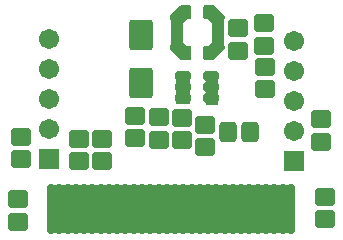
<source format=gts>
%FSTAX26Y26*%
%MOIN*%
%SFA1B1*%

%IPPOS*%
%AMD30*
4,1,8,0.039400,-0.040200,0.039400,0.040200,0.028300,0.051200,-0.028300,0.051200,-0.039400,0.040200,-0.039400,-0.040200,-0.028300,-0.051200,0.028300,-0.051200,0.039400,-0.040200,0.0*
1,1,0.022180,0.028300,-0.040200*
1,1,0.022180,0.028300,0.040200*
1,1,0.022180,-0.028300,0.040200*
1,1,0.022180,-0.028300,-0.040200*
%
%AMD31*
4,1,8,-0.021800,-0.029600,0.021800,-0.029600,0.033500,-0.017900,0.033500,0.017900,0.021800,0.029600,-0.021800,0.029600,-0.033500,0.017900,-0.033500,-0.017900,-0.021800,-0.029600,0.0*
1,1,0.023360,-0.021800,-0.017900*
1,1,0.023360,0.021800,-0.017900*
1,1,0.023360,0.021800,0.017900*
1,1,0.023360,-0.021800,0.017900*
%
%AMD33*
4,1,8,0.029600,-0.021800,0.029600,0.021800,0.017900,0.033500,-0.017900,0.033500,-0.029600,0.021800,-0.029600,-0.021800,-0.017900,-0.033500,0.017900,-0.033500,0.029600,-0.021800,0.0*
1,1,0.023360,0.017900,-0.021800*
1,1,0.023360,0.017900,0.021800*
1,1,0.023360,-0.017900,0.021800*
1,1,0.023360,-0.017900,-0.021800*
%
%AMD34*
4,1,8,-0.025700,0.010200,-0.025700,-0.010200,-0.019100,-0.016800,0.019100,-0.016800,0.025700,-0.010200,0.025700,0.010200,0.019100,0.016800,-0.019100,0.016800,-0.025700,0.010200,0.0*
1,1,0.013120,-0.019100,0.010200*
1,1,0.013120,-0.019100,-0.010200*
1,1,0.013120,0.019100,-0.010200*
1,1,0.013120,0.019100,0.010200*
%
%AMD35*
4,1,8,0.005600,0.082700,-0.005600,0.082700,-0.012100,0.076300,-0.012100,-0.076300,-0.005600,-0.082700,0.005600,-0.082700,0.012100,-0.076300,0.012100,0.076300,0.005600,0.082700,0.0*
1,1,0.012840,0.005600,0.076300*
1,1,0.012840,-0.005600,0.076300*
1,1,0.012840,-0.005600,-0.076300*
1,1,0.012840,0.005600,-0.076300*
%
%ADD27R,0.043000X0.089000*%
%ADD28R,0.045000X0.088000*%
%ADD29R,0.812000X0.162000*%
G04~CAMADD=30~8~0.0~0.0~1024.9~788.7~110.9~0.0~15~0.0~0.0~0.0~0.0~0~0.0~0.0~0.0~0.0~0~0.0~0.0~0.0~270.0~788.0~1024.0*
%ADD30D30*%
G04~CAMADD=31~8~0.0~0.0~670.6~591.8~116.8~0.0~15~0.0~0.0~0.0~0.0~0~0.0~0.0~0.0~0.0~0~0.0~0.0~0.0~180.0~671.0~592.0*
%ADD31D31*%
%ADD32R,0.043430X0.106420*%
G04~CAMADD=33~8~0.0~0.0~670.6~591.8~116.8~0.0~15~0.0~0.0~0.0~0.0~0~0.0~0.0~0.0~0.0~0~0.0~0.0~0.0~270.0~592.0~670.0*
%ADD33D33*%
G04~CAMADD=34~8~0.0~0.0~335.9~513.1~65.6~0.0~15~0.0~0.0~0.0~0.0~0~0.0~0.0~0.0~0.0~0~0.0~0.0~0.0~90.0~514.0~336.0*
%ADD34D34*%
G04~CAMADD=35~8~0.0~0.0~241.4~1654.8~64.2~0.0~15~0.0~0.0~0.0~0.0~0~0.0~0.0~0.0~0.0~0~0.0~0.0~0.0~0.0~241.4~1654.8*
%ADD35D35*%
%ADD36C,0.067060*%
%ADD37R,0.067060X0.067060*%
%LNunisolder52_oled-1*%
%LPD*%
G36*
X0003706Y0025528D02*
X0003731Y0025526D01*
X0003732*
X0003734*
X0003758Y0025521*
X0003782Y0025517*
X0003784Y0025516*
X0003786*
X0003809Y0025508*
X0003832Y00255*
X0003833Y0025499*
X0003835*
X0003858Y0025488*
X0003879Y0025477*
X0003881Y0025476*
X0003882*
X0003903Y0025462*
X0003923Y0025449*
X0003924Y0025447*
X0003926Y0025446*
X0003944Y002543*
X0003963Y0025414*
X0003964Y0025413*
X0003965Y0025412*
X0005226Y0024151*
X0006339*
X0006392Y0024148*
X0006443Y0024138*
X0006493Y0024121*
X000654Y0024098*
X0006583Y0024069*
X0006623Y0024034*
X0006657Y0023994*
X0006686Y0023951*
X000671Y0023904*
X0006727Y0023854*
X0006737Y0023803*
X000674Y0023751*
Y002001*
X0006737Y0019958*
X0006727Y0019907*
X000671Y0019857*
X0006686Y001981*
X0006657Y0019766*
X0006623Y0019727*
X0006583Y0019692*
X000654Y0019663*
X0006493Y001964*
X0006443Y0019623*
X0006392Y0019613*
X0006339Y001961*
X0003387*
X0003334Y0019613*
X0003283Y0019623*
X0003233Y001964*
X0003186Y0019663*
X0003143Y0019692*
X0003103Y0019727*
X-0000145Y0022975*
X-0000179Y0023014*
X-0000209Y0023058*
X-0000232Y0023105*
X-0000249Y0023155*
X-0000259Y0023206*
X-0000262Y0023258*
Y0024144*
X-0000261Y0024169*
X-0000259Y0024193*
Y0024195*
Y0024196*
X-0000254Y0024221*
X-0000249Y0024244*
Y0024246*
Y0024248*
X-0000241Y0024271*
X-0000233Y0024294*
X-0000232Y0024296*
Y0024298*
X-0000221Y002432*
X-000021Y0024341*
X-0000209Y0024343*
Y0024345*
X-0000195Y0024365*
X-0000182Y0024385*
X-0000181Y0024387*
X-0000179Y0024388*
X-0000163Y0024407*
X-0000147Y0024425*
X-0000146Y0024426*
X-0000145Y0024428*
X-0000126Y0024444*
X-0000108Y002446*
X-0000107Y0024461*
X-0000105Y0024462*
X-0000085Y0024475*
X-0000065Y0024489*
X-0000063Y002449*
X-0000062Y0024491*
X-000004Y0024502*
X-0000018Y0024513*
X-0000017Y0024514*
X-0000015*
X0000008Y0024522*
X0000031Y002453*
X0003575Y0025515*
X0003576*
X0003578Y0025516*
X0003602Y002552*
X0003626Y0025525*
X0003628Y0025526*
X000363*
X0003654Y0025528*
X0003678Y0025529*
X000368*
X0003682*
X0003706Y0025528*
G37*
G36*
X001392Y0025529D02*
X0013922D01*
X0013946Y0025528*
X001397Y0025526*
X0013972*
X0013974Y0025525*
X0013998Y002552*
X0014022Y0025516*
X0014024Y0025515*
X0014025*
X0017569Y002453*
X0017592Y0024522*
X0017615Y0024514*
X0017616*
X0017618Y0024513*
X001764Y0024502*
X0017662Y0024491*
X0017663Y002449*
X0017665Y0024489*
X0017685Y0024475*
X0017705Y0024462*
X0017707Y0024461*
X0017708Y002446*
X0017726Y0024444*
X0017745Y0024428*
X0017746Y0024426*
X0017748Y0024425*
X0017763Y0024407*
X0017779Y0024388*
X0017781Y0024387*
X0017782Y0024385*
X0017795Y0024365*
X0017809Y0024345*
Y0024343*
X001781Y0024341*
X0017821Y002432*
X0017832Y0024298*
Y0024296*
X0017833Y0024294*
X0017841Y0024271*
X0017849Y0024248*
Y0024246*
X001785Y0024244*
X0017854Y0024221*
X0017859Y0024196*
Y0024195*
Y0024193*
X0017861Y0024169*
X0017862Y0024144*
Y0023258*
X0017859Y0023206*
X0017849Y0023155*
X0017832Y0023105*
X0017809Y0023058*
X0017779Y0023014*
X0017745Y0022975*
X0014497Y0019727*
X0014457Y0019692*
X0014414Y0019663*
X0014367Y001964*
X0014317Y0019623*
X0014266Y0019613*
X0014213Y001961*
X0011261*
X0011208Y0019613*
X0011157Y0019623*
X0011107Y001964*
X001106Y0019663*
X0011017Y0019692*
X0010977Y0019727*
X0010943Y0019766*
X0010914Y001981*
X001089Y0019857*
X0010873Y0019907*
X0010863Y0019958*
X001086Y002001*
Y0023751*
X0010863Y0023803*
X0010873Y0023854*
X001089Y0023904*
X0010914Y0023951*
X0010943Y0023994*
X0010977Y0024034*
X0011017Y0024069*
X001106Y0024098*
X0011107Y0024121*
X0011157Y0024138*
X0011208Y0024148*
X0011261Y0024151*
X0012374*
X0013635Y0025412*
X0013636Y0025413*
X0013637Y0025414*
X0013656Y002543*
X0013674Y0025446*
X0013676Y0025447*
X0013677Y0025449*
X0013697Y0025462*
X0013718Y0025476*
X0013719*
X0013721Y0025477*
X0013742Y0025488*
X0013765Y0025499*
X0013767*
X0013768Y00255*
X0013791Y0025508*
X0013814Y0025516*
X0013816*
X0013818Y0025517*
X0013842Y0025521*
X0013866Y0025526*
X0013868*
X0013869*
X0013894Y0025528*
X0013918Y0025529*
X001392*
G37*
G36*
X0014266Y0037731D02*
X0014317Y003772D01*
X0014367Y0037703*
X0014414Y003768*
X0014457Y0037651*
X0014497Y0037617*
X0017745Y0034369*
X0017779Y0034329*
X0017809Y0034286*
X0017832Y0034238*
X0017849Y0034189*
X0017859Y0034137*
X0017862Y0034085*
Y0033199*
X0017861Y0033175*
X0017859Y0033151*
Y0033149*
Y0033147*
X0017854Y0033123*
X001785Y0033099*
X0017849Y0033097*
Y0033095*
X0017841Y0033072*
X0017833Y0033049*
X0017832Y0033048*
Y0033046*
X0017821Y0033024*
X001781Y0033002*
X0017809Y0033*
Y0032999*
X0017795Y0032979*
X0017782Y0032958*
X0017781Y0032957*
X0017779Y0032955*
X0017763Y0032937*
X0017748Y0032919*
X0017746Y0032917*
X0017745Y0032916*
X0017726Y0032899*
X0017708Y0032884*
X0017707Y0032882*
X0017705Y0032881*
X0017685Y0032868*
X0017665Y0032854*
X0017663Y0032853*
X0017662Y0032852*
X001764Y0032842*
X0017618Y003283*
X0017616*
X0017615Y0032829*
X0017592Y0032821*
X0017569Y0032813*
X0014025Y0031829*
X0014024Y0031828*
X0014022*
X0013998Y0031823*
X0013974Y0031818*
X0013972*
X001397*
X0013946Y0031816*
X0013922Y0031814*
X001392*
X0013918*
X0013894Y0031816*
X0013869Y0031817*
X0013868*
X0013866Y0031818*
X0013842Y0031822*
X0013818Y0031827*
X0013816Y0031828*
X0013814*
X0013791Y0031836*
X0013768Y0031843*
X0013767Y0031844*
X0013765Y0031845*
X0013742Y0031856*
X0013721Y0031866*
X0013719Y0031867*
X0013718Y0031868*
X0013697Y0031882*
X0013677Y0031895*
X0013676Y0031896*
X0013674Y0031897*
X0013656Y0031913*
X0013637Y0031929*
X0013636Y003193*
X0013635Y0031932*
X0012374Y0033192*
X0011261*
X0011208Y0033196*
X0011157Y0033206*
X0011107Y0033223*
X001106Y0033246*
X0011017Y0033275*
X0010977Y003331*
X0010943Y0033349*
X0010914Y0033393*
X001089Y003344*
X0010873Y0033489*
X0010863Y0033541*
X001086Y0033593*
Y0037333*
X0010863Y0037385*
X0010873Y0037437*
X001089Y0037487*
X0010914Y0037534*
X0010943Y0037577*
X0010977Y0037617*
X0011017Y0037651*
X001106Y003768*
X0011107Y0037703*
X0011157Y003772*
X0011208Y0037731*
X0011261Y0037734*
X0014213*
X0014266Y0037731*
G37*
G36*
X0006392D02*
X0006443Y003772D01*
X0006493Y0037703*
X000654Y003768*
X0006583Y0037651*
X0006623Y0037617*
X0006657Y0037577*
X0006686Y0037534*
X000671Y0037487*
X0006727Y0037437*
X0006737Y0037385*
X000674Y0037333*
Y0033593*
X0006737Y0033541*
X0006727Y0033489*
X000671Y003344*
X0006686Y0033393*
X0006657Y0033349*
X0006623Y003331*
X0006583Y0033275*
X000654Y0033246*
X0006493Y0033223*
X0006443Y0033206*
X0006392Y0033196*
X0006339Y0033192*
X0005226*
X0003965Y0031932*
X0003964Y003193*
X0003963Y0031929*
X0003944Y0031913*
X0003926Y0031897*
X0003924Y0031896*
X0003923Y0031895*
X0003903Y0031882*
X0003882Y0031868*
X0003881Y0031867*
X0003879Y0031866*
X0003858Y0031856*
X0003835Y0031845*
X0003833Y0031844*
X0003832Y0031843*
X0003809Y0031836*
X0003786Y0031828*
X0003784*
X0003782Y0031827*
X0003758Y0031822*
X0003734Y0031818*
X0003732Y0031817*
X0003731*
X0003706Y0031816*
X0003682Y0031814*
X000368*
X0003678*
X0003654Y0031816*
X000363Y0031818*
X0003628*
X0003626*
X0003602Y0031823*
X0003578Y0031828*
X0003576*
X0003575Y0031829*
X0000031Y0032813*
X0000008Y0032821*
X-0000015Y0032829*
X-0000017Y003283*
X-0000018*
X-000004Y0032842*
X-0000062Y0032852*
X-0000063Y0032853*
X-0000065Y0032854*
X-0000085Y0032868*
X-0000105Y0032881*
X-0000107Y0032882*
X-0000108Y0032884*
X-0000126Y0032899*
X-0000145Y0032916*
X-0000146Y0032917*
X-0000147Y0032919*
X-0000163Y0032937*
X-0000179Y0032955*
X-0000181Y0032957*
X-0000182Y0032958*
X-0000195Y0032979*
X-0000209Y0032999*
Y0033*
X-000021Y0033002*
X-0000221Y0033024*
X-0000232Y0033046*
Y0033048*
X-0000233Y0033049*
X-0000241Y0033072*
X-0000249Y0033095*
Y0033097*
Y0033099*
X-0000254Y0033123*
X-0000259Y0033147*
Y0033149*
Y0033151*
X-0000261Y0033175*
X-0000262Y0033199*
Y0034085*
X-0000259Y0034137*
X-0000249Y0034189*
X-0000232Y0034238*
X-0000209Y0034286*
X-0000179Y0034329*
X-0000145Y0034369*
X0003103Y0037617*
X0003143Y0037651*
X0003186Y003768*
X0003233Y0037703*
X0003283Y003772*
X0003334Y0037731*
X0003387Y0037734*
X0006339*
X0006392Y0037731*
G37*
G54D27*
X001355Y000895D03*
G54D28*
X000405Y00092D03*
G54D29*
X-00003Y-00303D03*
G54D30*
X-001Y0028001D03*
Y0011859D03*
G54D31*
X0011516Y-0002067D03*
Y-0009547D03*
X-005Y-000616D03*
Y-001364D03*
X0031201Y0017323D03*
Y0009843D03*
X0031Y002426D03*
Y003174D03*
X-0004134Y0000492D03*
Y-0006988D03*
X-0023Y-000676D03*
Y-001424D03*
X0050098Y-0000197D03*
Y-0007677D03*
X0003714Y0000212D03*
Y-0007268D03*
X-0012Y-0006612D03*
Y0000868D03*
X00224Y003014D03*
Y002266D03*
X-00308Y-000676D03*
Y-001424D03*
X-00509Y-002686D03*
Y-003434D03*
X00512Y-002616D03*
Y-003364D03*
G54D32*
X001569Y0028672D03*
X000191D03*
G54D33*
X0026378Y-0004429D03*
X0018898D03*
G54D34*
X0004076Y0014212D03*
Y0010472D03*
Y0006732D03*
X0013524D03*
Y0010472D03*
Y0014212D03*
G54D35*
X-003995Y-00303D03*
X-0037194D03*
X-0034439D03*
X-0031683D03*
X-0028927D03*
X00069D03*
X0009656D03*
X0012412D03*
X0015168D03*
X0017924D03*
X002068D03*
X0023435D03*
X0026191D03*
X0028947D03*
X0031703D03*
X0034459D03*
X0037215D03*
X0039971D03*
X-0026171D03*
X-0023415D03*
X-0020659D03*
X-0017903D03*
X-0015147D03*
X-0012391D03*
X-0009635D03*
X-000688D03*
X-0004124D03*
X-0001368D03*
X0001388D03*
X0004144D03*
G54D36*
X00409Y0026D03*
Y0016D03*
Y0006D03*
Y-0004D03*
X-00408Y00264D03*
Y00164D03*
Y00064D03*
Y-00036D03*
G54D37*
X00409Y-0014D03*
X-00408Y-00136D03*
M02*
</source>
